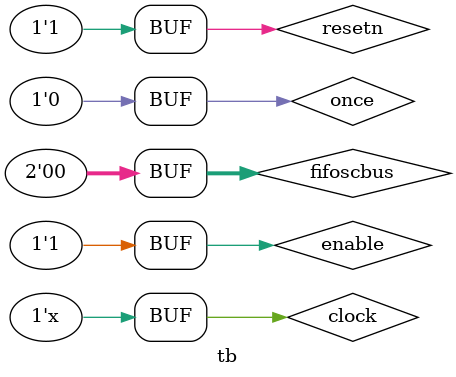
<source format=v>

`timescale 1ns / 1ns
module tb;

//Internal signals declarations:
reg clock;
reg resetn;
reg enable;
reg [63:0]fifo_data;
reg [1:0]fifoscbus;
//reg mbus_ack;
wire fifo_new_data;
reg once;
wire fifo_read_edge;
wire mbus_strobe;
wire [127:0]mbus_data;
wire done;
wire [1:0]scbits;
wire[2:0] fstate;

	fifo_read2 FIFO (
		// inputs
		.clock(clock),
		.resetn(resetn),
		.enable(fifo_read_edge),
		.fifo_data(fifo_data),
		.fifo_scbits(fifoscbus),
		// outputs
		.ack(fifo_new_data),
		.ren(ren),
		.rclk(rclk),
		.mbus_data(mbus_data),
		.scbits(scbits),
		.fstate(fstate)
		);	  

// Unit Under Test port map
	mbus_data_cycle CYCLE (
		.clock(clock),
		.resetn(resetn),
		.enable(enable),
//		.fifo_data(fifo_data),
//		.fifoscbus(fifoscbus),
		.mbus_ack(mbus_ack),
		.fifo_new_data(fifo_new_data),
		.once(once),
		.fifo_read_edge(fifo_read_edge),
		.mbus_strobe(mbus_strobe),
//		.mbus_data(mbus_data),
		.done(done),
		.scbits(scbits));
 

always #5 clock = ~clock;
initial	begin
	clock = 0;		
	enable = 0;	   
	resetn = 0;
	fifo_data = 0;
	fifoscbus = 0;
	once = 0;
	//
	// ok, send an event
	//
	#40 resetn = 1;
	enable = 1;
end

reg r1,r2,r3,dstrobe;
always @ (posedge clock) r1 <= mbus_strobe;
always @ (posedge clock) r2 <= r1;
always @ (posedge clock) dstrobe <= r2;
wire mbus_ack = dstrobe;

always @ (posedge rclk) begin
	if (~ren) fifo_data <= fifo_data + 64'h0101010101010101;
	else fifo_data <= fifo_data; 
	end

endmodule

</source>
